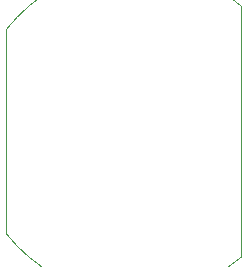
<source format=gbr>
%TF.GenerationSoftware,KiCad,Pcbnew,8.0.6-8.0.6-0~ubuntu24.04.1*%
%TF.CreationDate,2024-10-24T19:59:46-07:00*%
%TF.ProjectId,mag-encoder,6d61672d-656e-4636-9f64-65722e6b6963,3*%
%TF.SameCoordinates,Original*%
%TF.FileFunction,Profile,NP*%
%FSLAX46Y46*%
G04 Gerber Fmt 4.6, Leading zero omitted, Abs format (unit mm)*
G04 Created by KiCad (PCBNEW 8.0.6-8.0.6-0~ubuntu24.04.1) date 2024-10-24 19:59:46*
%MOMM*%
%LPD*%
G01*
G04 APERTURE LIST*
%TA.AperFunction,Profile*%
%ADD10C,0.050000*%
%TD*%
G04 APERTURE END LIST*
D10*
X239542800Y-112941609D02*
X239542800Y-134200389D01*
X219638626Y-114938810D02*
X219641945Y-132213244D01*
X239542800Y-134200389D02*
G75*
G02*
X219641947Y-132213243I-8987000J10642089D01*
G01*
X219638626Y-114938810D02*
G75*
G02*
X239542800Y-112941609I10917174J-8619490D01*
G01*
M02*

</source>
